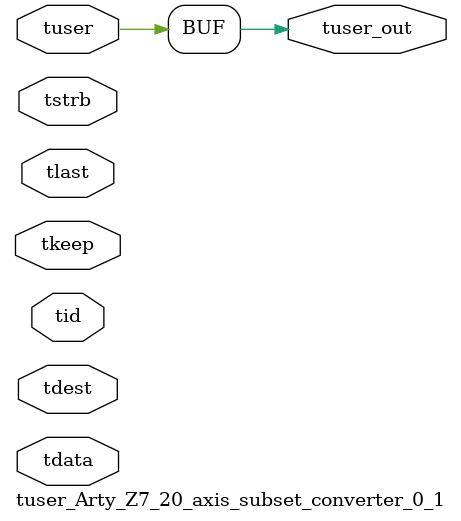
<source format=v>


`timescale 1ps/1ps

module tuser_Arty_Z7_20_axis_subset_converter_0_1 #
(
parameter C_S_AXIS_TUSER_WIDTH = 1,
parameter C_S_AXIS_TDATA_WIDTH = 32,
parameter C_S_AXIS_TID_WIDTH   = 0,
parameter C_S_AXIS_TDEST_WIDTH = 0,
parameter C_M_AXIS_TUSER_WIDTH = 1
)
(
input  [(C_S_AXIS_TUSER_WIDTH == 0 ? 1 : C_S_AXIS_TUSER_WIDTH)-1:0     ] tuser,
input  [(C_S_AXIS_TDATA_WIDTH == 0 ? 1 : C_S_AXIS_TDATA_WIDTH)-1:0     ] tdata,
input  [(C_S_AXIS_TID_WIDTH   == 0 ? 1 : C_S_AXIS_TID_WIDTH)-1:0       ] tid,
input  [(C_S_AXIS_TDEST_WIDTH == 0 ? 1 : C_S_AXIS_TDEST_WIDTH)-1:0     ] tdest,
input  [(C_S_AXIS_TDATA_WIDTH/8)-1:0 ] tkeep,
input  [(C_S_AXIS_TDATA_WIDTH/8)-1:0 ] tstrb,
input                                                                    tlast,
output [C_M_AXIS_TUSER_WIDTH-1:0] tuser_out
);

assign tuser_out = {tuser[0:0]};

endmodule


</source>
